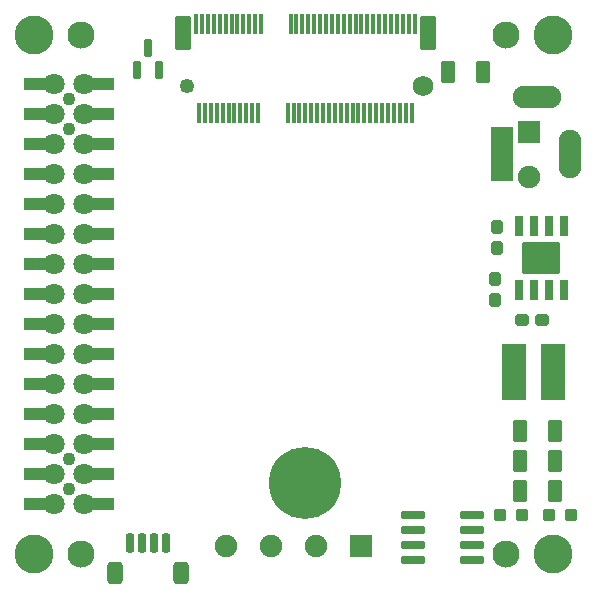
<source format=gbr>
%TF.GenerationSoftware,KiCad,Pcbnew,7.0.5-0*%
%TF.CreationDate,2023-07-13T17:44:08+01:00*%
%TF.ProjectId,M5-Notecard,4d352d4e-6f74-4656-9361-72642e6b6963,V01L04*%
%TF.SameCoordinates,Original*%
%TF.FileFunction,Soldermask,Top*%
%TF.FilePolarity,Negative*%
%FSLAX46Y46*%
G04 Gerber Fmt 4.6, Leading zero omitted, Abs format (unit mm)*
G04 Created by KiCad (PCBNEW 7.0.5-0) date 2023-07-13 17:44:08*
%MOMM*%
%LPD*%
G01*
G04 APERTURE LIST*
G04 Aperture macros list*
%AMRoundRect*
0 Rectangle with rounded corners*
0 $1 Rounding radius*
0 $2 $3 $4 $5 $6 $7 $8 $9 X,Y pos of 4 corners*
0 Add a 4 corners polygon primitive as box body*
4,1,4,$2,$3,$4,$5,$6,$7,$8,$9,$2,$3,0*
0 Add four circle primitives for the rounded corners*
1,1,$1+$1,$2,$3*
1,1,$1+$1,$4,$5*
1,1,$1+$1,$6,$7*
1,1,$1+$1,$8,$9*
0 Add four rect primitives between the rounded corners*
20,1,$1+$1,$2,$3,$4,$5,0*
20,1,$1+$1,$4,$5,$6,$7,0*
20,1,$1+$1,$6,$7,$8,$9,0*
20,1,$1+$1,$8,$9,$2,$3,0*%
%AMFreePoly0*
4,1,13,0.535355,0.535355,0.550000,0.500000,0.550000,-0.500000,0.535355,-0.535355,0.500000,-0.550000,-2.500000,-0.550000,-2.535355,-0.535355,-2.550000,-0.500000,-2.550000,0.500000,-2.535355,0.535355,-2.500000,0.550000,0.500000,0.550000,0.535355,0.535355,0.535355,0.535355,$1*%
G04 Aperture macros list end*
%ADD10RoundRect,0.050000X-0.900000X0.900000X-0.900000X-0.900000X0.900000X-0.900000X0.900000X0.900000X0*%
%ADD11C,1.900000*%
%ADD12RoundRect,0.050000X0.900000X-2.200000X0.900000X2.200000X-0.900000X2.200000X-0.900000X-2.200000X0*%
%ADD13O,1.900000X4.100000*%
%ADD14O,4.100000X1.900000*%
%ADD15RoundRect,0.050000X0.900000X0.900000X-0.900000X0.900000X-0.900000X-0.900000X0.900000X-0.900000X0*%
%ADD16C,2.300000*%
%ADD17C,1.800000*%
%ADD18FreePoly0,0.000000*%
%ADD19FreePoly0,180.000000*%
%ADD20C,1.100000*%
%ADD21RoundRect,0.287500X-0.300000X-0.237500X0.300000X-0.237500X0.300000X0.237500X-0.300000X0.237500X0*%
%ADD22RoundRect,0.200000X0.150000X0.625000X-0.150000X0.625000X-0.150000X-0.625000X0.150000X-0.625000X0*%
%ADD23RoundRect,0.300000X0.350000X0.650000X-0.350000X0.650000X-0.350000X-0.650000X0.350000X-0.650000X0*%
%ADD24RoundRect,0.300000X-0.325000X-0.650000X0.325000X-0.650000X0.325000X0.650000X-0.325000X0.650000X0*%
%ADD25RoundRect,0.287500X-0.250000X-0.237500X0.250000X-0.237500X0.250000X0.237500X-0.250000X0.237500X0*%
%ADD26RoundRect,0.287500X-0.237500X0.300000X-0.237500X-0.300000X0.237500X-0.300000X0.237500X0.300000X0*%
%ADD27RoundRect,0.287500X0.237500X-0.300000X0.237500X0.300000X-0.237500X0.300000X-0.237500X-0.300000X0*%
%ADD28C,1.250000*%
%ADD29C,1.750000*%
%ADD30RoundRect,0.050000X-0.150000X-0.775000X0.150000X-0.775000X0.150000X0.775000X-0.150000X0.775000X0*%
%ADD31RoundRect,0.050000X-0.600000X-1.375000X0.600000X-1.375000X0.600000X1.375000X-0.600000X1.375000X0*%
%ADD32C,3.300000*%
%ADD33RoundRect,0.050000X0.925000X2.350000X-0.925000X2.350000X-0.925000X-2.350000X0.925000X-2.350000X0*%
%ADD34RoundRect,0.050000X-0.325000X-0.762500X0.325000X-0.762500X0.325000X0.762500X-0.325000X0.762500X0*%
%ADD35RoundRect,0.050000X-1.550000X1.300000X-1.550000X-1.300000X1.550000X-1.300000X1.550000X1.300000X0*%
%ADD36RoundRect,0.200000X-0.825000X-0.150000X0.825000X-0.150000X0.825000X0.150000X-0.825000X0.150000X0*%
%ADD37RoundRect,0.300000X0.325000X0.650000X-0.325000X0.650000X-0.325000X-0.650000X0.325000X-0.650000X0*%
%ADD38RoundRect,0.200000X0.150000X-0.587500X0.150000X0.587500X-0.150000X0.587500X-0.150000X-0.587500X0*%
%ADD39C,6.100000*%
G04 APERTURE END LIST*
D10*
%TO.C,J6*%
X-13287888Y-11214000D03*
D11*
X-13287888Y-15024000D03*
%TD*%
D12*
%TO.C,J5*%
X-15573888Y-13084000D03*
D13*
X-9773888Y-13084000D03*
D14*
X-12573888Y-8284000D03*
%TD*%
D15*
%TO.C,J7*%
X-27477888Y-46300000D03*
D11*
X-31287888Y-46300000D03*
X-35097888Y-46300000D03*
X-38907888Y-46300000D03*
%TD*%
D16*
%TO.C,H8*%
X-51207888Y-47000000D03*
%TD*%
%TO.C,H7*%
X-15207888Y-47000000D03*
%TD*%
%TO.C,H6*%
X-15207888Y-3000000D03*
%TD*%
%TO.C,H5*%
X-51207888Y-3000000D03*
%TD*%
D17*
%TO.C,J1*%
X-53477888Y-42780000D03*
D18*
X-53477888Y-42780000D03*
D17*
X-50937888Y-42780000D03*
D19*
X-50937888Y-42780000D03*
D17*
X-53477888Y-40240000D03*
D18*
X-53477888Y-40240000D03*
D17*
X-50937888Y-40240000D03*
D19*
X-50937888Y-40240000D03*
D17*
X-53477888Y-37700000D03*
D18*
X-53477888Y-37700000D03*
D17*
X-50937888Y-37700000D03*
D19*
X-50937888Y-37700000D03*
D17*
X-53477888Y-35160000D03*
D18*
X-53477888Y-35160000D03*
D17*
X-50937888Y-35160000D03*
D19*
X-50937888Y-35160000D03*
D17*
X-53477888Y-32620000D03*
D18*
X-53477888Y-32620000D03*
D17*
X-50937888Y-32620000D03*
D19*
X-50937888Y-32620000D03*
D17*
X-53477888Y-30080000D03*
D18*
X-53477888Y-30080000D03*
D17*
X-50937888Y-30080000D03*
D19*
X-50937888Y-30080000D03*
D17*
X-53477888Y-27540000D03*
D18*
X-53477888Y-27540000D03*
D17*
X-50937888Y-27540000D03*
D19*
X-50937888Y-27540000D03*
D17*
X-53477888Y-25000000D03*
D18*
X-53477888Y-25000000D03*
D17*
X-50937888Y-25000000D03*
D19*
X-50937888Y-25000000D03*
D17*
X-53477888Y-22460000D03*
D18*
X-53477888Y-22460000D03*
D17*
X-50937888Y-22460000D03*
D19*
X-50937888Y-22460000D03*
D17*
X-53477888Y-19920000D03*
D18*
X-53477888Y-19920000D03*
D17*
X-50937888Y-19920000D03*
D19*
X-50937888Y-19920000D03*
D17*
X-53477888Y-17380000D03*
D18*
X-53477888Y-17380000D03*
D17*
X-50937888Y-17380000D03*
D19*
X-50937888Y-17380000D03*
D17*
X-53477888Y-14840000D03*
D18*
X-53477888Y-14840000D03*
D17*
X-50937888Y-14840000D03*
D19*
X-50937888Y-14840000D03*
D17*
X-53477888Y-12300000D03*
D18*
X-53477888Y-12300000D03*
D17*
X-50937888Y-12300000D03*
D19*
X-50937888Y-12300000D03*
D17*
X-53477888Y-9760000D03*
D18*
X-53477888Y-9760000D03*
D17*
X-50937888Y-9760000D03*
D19*
X-50937888Y-9760000D03*
D17*
X-53477888Y-7220000D03*
D18*
X-53477888Y-7220000D03*
D17*
X-50937888Y-7220000D03*
D19*
X-50937888Y-7220000D03*
D20*
X-52207888Y-41510000D03*
X-52207888Y-38970000D03*
X-52207888Y-11030000D03*
X-52207888Y-8490000D03*
%TD*%
D21*
%TO.C,C5*%
X-13896388Y-27178000D03*
X-12171388Y-27178000D03*
%TD*%
D22*
%TO.C,J3*%
X-44039888Y-46027000D03*
X-45039888Y-46027000D03*
X-46039888Y-46027000D03*
X-47039888Y-46027000D03*
D23*
X-42739888Y-48552000D03*
X-48339888Y-48552000D03*
%TD*%
D24*
%TO.C,C9*%
X-14000888Y-39116000D03*
X-11050888Y-39116000D03*
%TD*%
D25*
%TO.C,R5*%
X-15724388Y-43688000D03*
X-13899388Y-43688000D03*
%TD*%
D26*
%TO.C,C8*%
X-16107888Y-23737500D03*
X-16107888Y-25462500D03*
%TD*%
D27*
%TO.C,C10*%
X-16007888Y-21062500D03*
X-16007888Y-19337500D03*
%TD*%
D25*
%TO.C,R6*%
X-11556888Y-43688000D03*
X-9731888Y-43688000D03*
%TD*%
D28*
%TO.C,J2*%
X-42207888Y-7374100D03*
D29*
X-22207888Y-7374100D03*
D30*
X-41457888Y-2099100D03*
X-41207888Y-9649100D03*
X-40957888Y-2099100D03*
X-40707888Y-9649100D03*
X-40457888Y-2099100D03*
X-40207888Y-9649100D03*
X-39957888Y-2099100D03*
X-39707888Y-9649100D03*
X-39457888Y-2099100D03*
X-39207888Y-9649100D03*
X-38957888Y-2099100D03*
X-38707888Y-9649100D03*
X-38457888Y-2099100D03*
X-38207888Y-9649100D03*
X-37957888Y-2099100D03*
X-37707888Y-9649100D03*
X-37457888Y-2099100D03*
X-37207888Y-9649100D03*
X-36957888Y-2099100D03*
X-36707888Y-9649100D03*
X-36457888Y-2099100D03*
X-36207888Y-9649100D03*
X-35957888Y-2099100D03*
X-33707888Y-9649100D03*
X-33457888Y-2099100D03*
X-33207888Y-9649100D03*
X-32957888Y-2099100D03*
X-32707888Y-9649100D03*
X-32457888Y-2099100D03*
X-32207888Y-9649100D03*
X-31957888Y-2099100D03*
X-31707888Y-9649100D03*
X-31457888Y-2099100D03*
X-31207888Y-9649100D03*
X-30957888Y-2099100D03*
X-30707888Y-9649100D03*
X-30457888Y-2099100D03*
X-30207888Y-9649100D03*
X-29957888Y-2099100D03*
X-29707888Y-9649100D03*
X-29457888Y-2099100D03*
X-29207888Y-9649100D03*
X-28957888Y-2099100D03*
X-28707888Y-9649100D03*
X-28457888Y-2099100D03*
X-28207888Y-9649100D03*
X-27957888Y-2099100D03*
X-27707888Y-9649100D03*
X-27457888Y-2099100D03*
X-27207888Y-9649100D03*
X-26957888Y-2099100D03*
X-26707888Y-9649100D03*
X-26457888Y-2099100D03*
X-26207888Y-9649100D03*
X-25957888Y-2099100D03*
X-25707888Y-9649100D03*
X-25457888Y-2099100D03*
X-25207888Y-9649100D03*
X-24957888Y-2099100D03*
X-24707888Y-9649100D03*
X-24457888Y-2099100D03*
X-24207888Y-9649100D03*
X-23957888Y-2099100D03*
X-23707888Y-9649100D03*
X-23457888Y-2099100D03*
X-23207888Y-9649100D03*
X-22957888Y-2099100D03*
D31*
X-42557888Y-2874100D03*
X-21857888Y-2874100D03*
%TD*%
D24*
%TO.C,C1*%
X-14000888Y-41656000D03*
X-11050888Y-41656000D03*
%TD*%
D32*
%TO.C,H1*%
X-55207888Y-3000000D03*
%TD*%
%TO.C,H2*%
X-11207888Y-3000000D03*
%TD*%
%TO.C,H3*%
X-11207888Y-47000000D03*
%TD*%
%TO.C,H4*%
X-55207888Y-47000000D03*
%TD*%
D33*
%TO.C,L1*%
X-11207888Y-31600000D03*
X-14557888Y-31600000D03*
%TD*%
D34*
%TO.C,IC1*%
X-10307888Y-19176000D03*
X-11577888Y-19176000D03*
X-12847888Y-19176000D03*
X-14117888Y-19176000D03*
X-14117888Y-24600000D03*
X-12847888Y-24600000D03*
X-11577888Y-24600000D03*
X-10307888Y-24600000D03*
D35*
X-12212888Y-21888000D03*
%TD*%
D36*
%TO.C,U1*%
X-23082888Y-43695000D03*
X-23082888Y-44965000D03*
X-23082888Y-46235000D03*
X-23082888Y-47505000D03*
X-18132888Y-47505000D03*
X-18132888Y-46235000D03*
X-18132888Y-44965000D03*
X-18132888Y-43695000D03*
%TD*%
D37*
%TO.C,C7*%
X-17146888Y-6134000D03*
X-20096888Y-6134000D03*
%TD*%
D24*
%TO.C,C6*%
X-14000888Y-36576000D03*
X-11050888Y-36576000D03*
%TD*%
D38*
%TO.C,Q1*%
X-46495888Y-6017500D03*
X-44595888Y-6017500D03*
X-45545888Y-4142500D03*
%TD*%
D39*
%TO.C,MP1*%
X-32207888Y-41000000D03*
%TD*%
M02*

</source>
